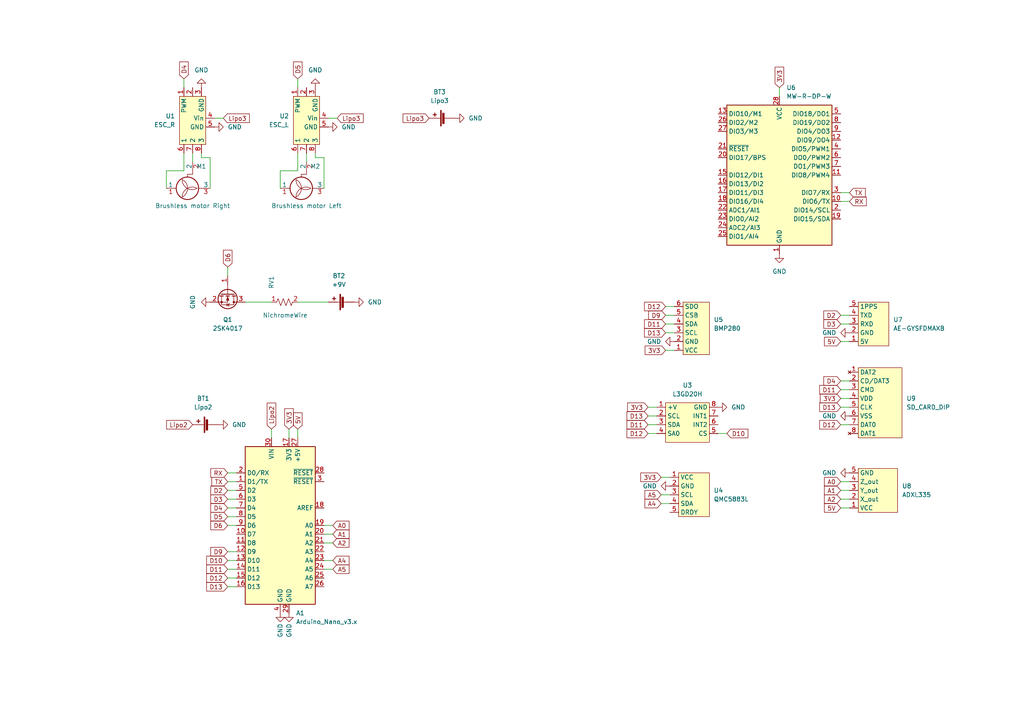
<source format=kicad_sch>
(kicad_sch (version 20211123) (generator eeschema)
  (paper "A4")
  (lib_symbols
    (symbol "Device:Battery_Cell" (pin_numbers hide) (pin_names (offset 0) hide)
      (property "Reference" "BT" (at 2.54 2.54 0))
      (property "Value" "Battery_Cell" (at 2.54 0 0))
      (symbol "Battery_Cell_0_1"
        (rectangle (start -2.286 1.778) (end 2.286 1.524) (fill (type outline)))
        (rectangle (start -1.5748 1.1938) (end 1.4732 0.6858) (fill (type outline)))
        (polyline (pts (xy 0 0.762) (xy 0 0)))
        (polyline (pts (xy 0 1.778) (xy 0 2.54)))
        (polyline (pts (xy 0.508 3.429) (xy 1.524 3.429)) (stroke (width 0.254)))
        (polyline (pts (xy 1.016 3.937) (xy 1.016 2.921)) (stroke (width 0.254)))
      )
      (symbol "Battery_Cell_1_1"
        (pin passive line (at 0 5.08 270) (length 2.54) (name "+") (number "1"))
        (pin passive line (at 0 -2.54 90) (length 2.54) (name "-") (number "2"))
      )
    )
    (symbol "Device:R_Potentiometer_US" (pin_names (offset 1.016) hide)
      (property "Reference" "RV?" (at 7.62 3.81 0))
      (property "Value" "NichromeWire" (at -3.81 0 0))
      (symbol "R_Potentiometer_US_0_1"
        (polyline (pts (xy 0 -2.286) (xy 0 -2.54)))
        (polyline (pts (xy 0 2.54) (xy 0 2.286)))
        (polyline (pts (xy 0 -0.762) (xy 1.016 -1.143) (xy 0 -1.524) (xy -1.016 -1.905) (xy 0 -2.286)))
        (polyline (pts (xy 0 0.762) (xy 1.016 0.381) (xy 0 0) (xy -1.016 -0.381) (xy 0 -0.762)))
        (polyline (pts (xy 0 2.286) (xy 1.016 1.905) (xy 0 1.524) (xy -1.016 1.143) (xy 0 0.762)))
      )
      (symbol "R_Potentiometer_US_1_1"
        (pin passive line (at 0 3.81 270) (length 1.27) (name "1") (number "1"))
        (pin passive line (at 0 -3.81 90) (length 1.27) (name "2") (number "2"))
      )
    )
    (symbol "ESC_1"
      (property "Reference" "U" (at -5.08 1.27 0))
      (property "Value" "ESC_1" (at -8.89 1.27 0))
      (symbol "ESC_1_0_1"
        (rectangle (start -3.81 7.62) (end 3.81 -6.35) (fill (type background)))
      )
      (symbol "ESC_1_1_1"
        (pin passive line (at -2.54 10.16 270) (length 2.54) (name "PWM") (number "1"))
        (pin passive line (at 0 10.16 270) (length 2.54) (name "") (number "2"))
        (pin input line (at 2.54 10.16 270) (length 2.54) (name "GND") (number "3"))
        (pin input line (at 6.35 1.27 180) (length 2.54) (name "Vin") (number "4"))
        (pin input line (at 6.35 -1.27 180) (length 2.54) (name "GND") (number "5"))
        (pin input line (at -2.54 -8.89 90) (length 2.54) (name "1") (number "6"))
        (pin input line (at 0 -8.89 90) (length 2.54) (name "2") (number "7"))
        (pin input line (at 2.54 -8.89 90) (length 2.54) (name "3") (number "8"))
      )
    )
    (symbol "MCU_Module:Arduino_Nano_v3.x"
      (property "Reference" "A" (at -10.16 23.495 0))
      (property "Value" "Arduino_Nano_v3.x" (at 5.08 -24.13 0))
      (symbol "Arduino_Nano_v3.x_0_1"
        (rectangle (start -10.16 22.86) (end 10.16 -22.86) (stroke (width 0.254)) (fill (type background)))
      )
      (symbol "Arduino_Nano_v3.x_1_1"
        (pin bidirectional line (at -12.7 12.7 0) (length 2.54) (name "D1/TX") (number "1"))
        (pin bidirectional line (at -12.7 -2.54 0) (length 2.54) (name "D7") (number "10"))
        (pin bidirectional line (at -12.7 -5.08 0) (length 2.54) (name "D8") (number "11"))
        (pin bidirectional line (at -12.7 -7.62 0) (length 2.54) (name "D9") (number "12"))
        (pin bidirectional line (at -12.7 -10.16 0) (length 2.54) (name "D10") (number "13"))
        (pin bidirectional line (at -12.7 -12.7 0) (length 2.54) (name "D11") (number "14"))
        (pin bidirectional line (at -12.7 -15.24 0) (length 2.54) (name "D12") (number "15"))
        (pin bidirectional line (at -12.7 -17.78 0) (length 2.54) (name "D13") (number "16"))
        (pin power_out line (at 2.54 25.4 270) (length 2.54) (name "3V3") (number "17"))
        (pin input line (at 12.7 5.08 180) (length 2.54) (name "AREF") (number "18"))
        (pin bidirectional line (at 12.7 0 180) (length 2.54) (name "A0") (number "19"))
        (pin bidirectional line (at -12.7 15.24 0) (length 2.54) (name "D0/RX") (number "2"))
        (pin bidirectional line (at 12.7 -2.54 180) (length 2.54) (name "A1") (number "20"))
        (pin bidirectional line (at 12.7 -5.08 180) (length 2.54) (name "A2") (number "21"))
        (pin bidirectional line (at 12.7 -7.62 180) (length 2.54) (name "A3") (number "22"))
        (pin bidirectional line (at 12.7 -10.16 180) (length 2.54) (name "A4") (number "23"))
        (pin bidirectional line (at 12.7 -12.7 180) (length 2.54) (name "A5") (number "24"))
        (pin bidirectional line (at 12.7 -15.24 180) (length 2.54) (name "A6") (number "25"))
        (pin bidirectional line (at 12.7 -17.78 180) (length 2.54) (name "A7") (number "26"))
        (pin power_out line (at 5.08 25.4 270) (length 2.54) (name "+5V") (number "27"))
        (pin input line (at 12.7 15.24 180) (length 2.54) (name "~{RESET}") (number "28"))
        (pin power_in line (at 2.54 -25.4 90) (length 2.54) (name "GND") (number "29"))
        (pin input line (at 12.7 12.7 180) (length 2.54) (name "~{RESET}") (number "3"))
        (pin power_in line (at -2.54 25.4 270) (length 2.54) (name "VIN") (number "30"))
        (pin power_in line (at 0 -25.4 90) (length 2.54) (name "GND") (number "4"))
        (pin bidirectional line (at -12.7 10.16 0) (length 2.54) (name "D2") (number "5"))
        (pin bidirectional line (at -12.7 7.62 0) (length 2.54) (name "D3") (number "6"))
        (pin bidirectional line (at -12.7 5.08 0) (length 2.54) (name "D4") (number "7"))
        (pin bidirectional line (at -12.7 2.54 0) (length 2.54) (name "D5") (number "8"))
        (pin bidirectional line (at -12.7 0 0) (length 2.54) (name "D6") (number "9"))
      )
    )
    (symbol "Motor:Fan_3pin" (pin_names (offset 0))
      (property "Reference" "M?" (at -6.35 2.54 90))
      (property "Value" "Brushless_motor" (at -11.43 5.08 90))
      (symbol "Fan_3pin_0_0"
        (polyline (pts (xy -4.064 0) (xy -4.064 -1.524) (xy -3.302 -1.524)))
      )
      (symbol "Fan_3pin_0_1"
        (arc (start -2.54 -3.048) (mid -0.0014 -1.6352) (end 0 1.27))
        (circle (center 0 -1.524) (radius 3.2512) (stroke (width 0.254)))
        (polyline (pts (xy -4.064 0) (xy -5.08 0)))
        (polyline (pts (xy 0 -7.62) (xy 0 -7.112)))
        (polyline (pts (xy 0 -4.7752) (xy 0 -5.1816)))
        (polyline (pts (xy 0 1.7272) (xy 0 2.0828)))
        (polyline (pts (xy 0 2.032) (xy 0 2.54)))
        (arc (start 0 1.27) (mid 0.0468 -1.6085) (end 2.54 -3.048))
        (arc (start 2.54 -3.048) (mid 0 -1.4782) (end -2.54 -3.048))
      )
      (symbol "Fan_3pin_1_1"
        (pin passive line (at 0 -7.62 90) (length 2.54) (name "1") (number "1"))
        (pin passive line (at -7.62 0 0) (length 2.54) (name "2") (number "2"))
        (pin passive line (at 0 5.08 270) (length 2.54) (name "3") (number "3"))
      )
    )
    (symbol "RF_ZigBee:MW-R-DP-W"
      (property "Reference" "U" (at -11.43 21.59 0))
      (property "Value" "MW-R-DP-W" (at 7.62 21.59 0))
      (symbol "MW-R-DP-W_1_0"
        (rectangle (start -15.24 -20.32) (end 15.24 20.32) (stroke (width 0.254)) (fill (type background)))
      )
      (symbol "MW-R-DP-W_1_1"
        (pin power_in line (at 0 -22.86 90) (length 2.54) (name "GND") (number "1"))
        (pin bidirectional line (at 17.78 -7.62 180) (length 2.54) (name "DIO6/TX") (number "10"))
        (pin bidirectional line (at 17.78 0 180) (length 2.54) (name "DIO8/PWM4") (number "11"))
        (pin bidirectional line (at 17.78 10.16 180) (length 2.54) (name "DIO9/DO4") (number "12"))
        (pin bidirectional line (at -17.78 17.78 0) (length 2.54) (name "DIO10/M1") (number "13"))
        (pin passive line (at 0 -22.86 90) (length 2.54) hide (name "GND") (number "14"))
        (pin bidirectional line (at -17.78 0 0) (length 2.54) (name "DIO12/DI1") (number "15"))
        (pin bidirectional line (at -17.78 -2.54 0) (length 2.54) (name "DIO13/DI2") (number "16"))
        (pin bidirectional line (at -17.78 -5.08 0) (length 2.54) (name "DIO11/DI3") (number "17"))
        (pin bidirectional line (at -17.78 -7.62 0) (length 2.54) (name "DIO16/DI4") (number "18"))
        (pin bidirectional line (at 17.78 -12.7 180) (length 2.54) (name "DIO15/SDA") (number "19"))
        (pin bidirectional line (at 17.78 -10.16 180) (length 2.54) (name "DIO14/SCL") (number "2"))
        (pin bidirectional line (at -17.78 5.08 0) (length 2.54) (name "DIO17/BPS") (number "20"))
        (pin input line (at -17.78 7.62 0) (length 2.54) (name "~{RESET}") (number "21"))
        (pin input line (at -17.78 -10.16 0) (length 2.54) (name "ADC1/AI1") (number "22"))
        (pin bidirectional line (at -17.78 -12.7 0) (length 2.54) (name "DIO0/AI2") (number "23"))
        (pin input line (at -17.78 -15.24 0) (length 2.54) (name "ADC2/AI3") (number "24"))
        (pin bidirectional line (at -17.78 -17.78 0) (length 2.54) (name "DIO1/AI4") (number "25"))
        (pin bidirectional line (at -17.78 15.24 0) (length 2.54) (name "DIO2/M2") (number "26"))
        (pin bidirectional line (at -17.78 12.7 0) (length 2.54) (name "DIO3/M3") (number "27"))
        (pin power_in line (at 0 22.86 270) (length 2.54) (name "VCC") (number "28"))
        (pin bidirectional line (at 17.78 -5.08 180) (length 2.54) (name "DIO7/RX") (number "3"))
        (pin bidirectional line (at 17.78 7.62 180) (length 2.54) (name "DIO5/PWM1") (number "4"))
        (pin bidirectional line (at 17.78 17.78 180) (length 2.54) (name "DIO18/DO1") (number "5"))
        (pin output line (at 17.78 5.08 180) (length 2.54) (name "DO0/PWM2") (number "6"))
        (pin bidirectional line (at 17.78 2.54 180) (length 2.54) (name "DO1/PWM3") (number "7"))
        (pin bidirectional line (at 17.78 15.24 180) (length 2.54) (name "DIO19/DO2") (number "8"))
        (pin bidirectional line (at 17.78 12.7 180) (length 2.54) (name "DIO4/DO3") (number "9"))
      )
    )
    (symbol "Transistor_FET:2N7002E" (pin_names hide)
      (property "Reference" "Q?" (at 6.35 1.2701 0))
      (property "Value" "2SK4017" (at 6.35 -1.2699 0))
      (symbol "2N7002E_0_1"
        (polyline (pts (xy 0.254 0) (xy -2.54 0)))
        (polyline (pts (xy 0.254 1.905) (xy 0.254 -1.905)) (stroke (width 0.254)))
        (polyline (pts (xy 0.762 -1.27) (xy 0.762 -2.286)) (stroke (width 0.254)))
        (polyline (pts (xy 0.762 0.508) (xy 0.762 -0.508)) (stroke (width 0.254)))
        (polyline (pts (xy 0.762 2.286) (xy 0.762 1.27)) (stroke (width 0.254)))
        (polyline (pts (xy 2.54 2.54) (xy 2.54 1.778)))
        (polyline (pts (xy 2.54 -2.54) (xy 2.54 0) (xy 0.762 0)))
        (polyline (pts (xy 0.762 -1.778) (xy 3.302 -1.778) (xy 3.302 1.778) (xy 0.762 1.778)))
        (polyline (pts (xy 1.016 0) (xy 2.032 0.381) (xy 2.032 -0.381) (xy 1.016 0)) (fill (type outline)))
        (polyline (pts (xy 2.794 0.508) (xy 2.921 0.381) (xy 3.683 0.381) (xy 3.81 0.254)))
        (polyline (pts (xy 3.302 0.381) (xy 2.921 -0.254) (xy 3.683 -0.254) (xy 3.302 0.381)))
        (circle (center 1.651 0) (radius 2.794) (stroke (width 0.254)))
        (circle (center 2.54 -1.778) (radius 0.254) (fill (type outline)))
        (circle (center 2.54 1.778) (radius 0.254) (fill (type outline)))
      )
      (symbol "2N7002E_1_1"
        (pin input line (at -5.08 0 0) (length 2.54) (name "G") (number "1"))
        (pin passive line (at 2.54 -5.08 90) (length 2.54) (name "S") (number "2"))
        (pin passive line (at 2.54 5.08 270) (length 2.54) (name "D") (number "3"))
      )
    )
    (symbol "power:GND" (power) (pin_names (offset 0))
      (property "Value" "GND" (at 0 -3.81 0))
      (symbol "GND_0_1"
        (polyline (pts (xy 0 0) (xy 0 -1.27) (xy 1.27 -1.27) (xy 0 -2.54) (xy -1.27 -1.27) (xy 0 -1.27)))
      )
      (symbol "GND_1_1"
        (pin power_in line (at 0 0 270) (length 0) hide (name "GND") (number "1"))
      )
    )
    (symbol "sc11bbm:ADXL335"
      (property "Reference" "U?" (at -0.635 11.43 0))
      (property "Value" "ADXL335" (at -0.635 8.89 0))
      (symbol "ADXL335_0_1"
        (rectangle (start -6.35 6.35) (end 5.08 -6.35) (fill (type background)))
      )
      (symbol "ADXL335_1_1"
        (pin bidirectional line (at 7.62 5.08 180) (length 2.54) (name "VCC") (number "1"))
        (pin bidirectional line (at 7.62 2.54 180) (length 2.54) (name "X_out") (number "2"))
        (pin bidirectional line (at 7.62 0 180) (length 2.54) (name "Y_out") (number "3"))
        (pin bidirectional line (at 7.62 -2.54 180) (length 2.54) (name "Z_out") (number "4"))
        (pin bidirectional line (at 7.62 -5.08 180) (length 2.54) (name "GND") (number "5"))
      )
    )
    (symbol "sc11bbm:AE-GYSFDMAXB"
      (property "Reference" "U?" (at 7.62 13.9701 0))
      (property "Value" "AE-GYSFDMAXB" (at 7.62 11.4301 0))
      (symbol "AE-GYSFDMAXB_0_1"
        (rectangle (start -6.35 6.35) (end 2.54 -6.35) (fill (type background)))
      )
      (symbol "AE-GYSFDMAXB_1_1"
        (pin bidirectional line (at 5.08 5.08 180) (length 2.54) (name "5V") (number "1"))
        (pin bidirectional line (at 5.08 2.54 180) (length 2.54) (name "GND") (number "2"))
        (pin bidirectional line (at 5.08 0 180) (length 2.54) (name "RXD") (number "3"))
        (pin bidirectional line (at 5.08 -2.54 180) (length 2.54) (name "TXD") (number "4"))
        (pin bidirectional line (at 5.08 -5.08 180) (length 2.54) (name "1PPS") (number "5"))
      )
    )
    (symbol "sc11bbm:BMP280"
      (property "Reference" "U?" (at 5.08 -4.4449 0))
      (property "Value" "BMP280" (at 5.08 -6.9849 0))
      (symbol "BMP280_0_1"
        (rectangle (start -3.81 5.08) (end 3.81 -10.16) (fill (type background)))
      )
      (symbol "BMP280_1_1"
        (pin bidirectional line (at -6.35 -8.89 0) (length 2.54) (name "VCC") (number "1"))
        (pin bidirectional line (at -6.35 -6.35 0) (length 2.54) (name "GND") (number "2"))
        (pin bidirectional line (at -6.35 -3.81 0) (length 2.54) (name "SCL") (number "3"))
        (pin bidirectional line (at -6.35 -1.27 0) (length 2.54) (name "SDA") (number "4"))
        (pin bidirectional line (at -6.35 1.27 0) (length 2.54) (name "CSB") (number "5"))
        (pin bidirectional line (at -6.35 3.81 0) (length 2.54) (name "SDO") (number "6"))
      )
    )
    (symbol "sc11bbm:ESC"
      (property "Reference" "U" (at -5.08 1.27 0))
      (property "Value" "ESC" (at -8.89 1.27 0))
      (symbol "ESC_0_1"
        (rectangle (start -3.81 7.62) (end 3.81 -6.35) (fill (type background)))
      )
      (symbol "ESC_1_1"
        (pin passive line (at -2.54 10.16 270) (length 2.54) (name "PWM") (number "1"))
        (pin passive line (at 0 10.16 270) (length 2.54) (name "") (number "2"))
        (pin input line (at 2.54 10.16 270) (length 2.54) (name "GND") (number "3"))
        (pin input line (at 6.35 1.27 180) (length 2.54) (name "Vin") (number "4"))
        (pin input line (at 6.35 -1.27 180) (length 2.54) (name "GND") (number "5"))
        (pin input line (at -2.54 -8.89 90) (length 2.54) (name "1") (number "6"))
        (pin input line (at 0 -8.89 90) (length 2.54) (name "2") (number "7"))
        (pin input line (at 2.54 -8.89 90) (length 2.54) (name "3") (number "8"))
      )
    )
    (symbol "sc11bbm:L3GD20H"
      (property "Reference" "U?" (at 0 2.54 0))
      (property "Value" "L3GD20H" (at 0 0 0))
      (symbol "L3GD20H_0_1"
        (rectangle (start -6.35 -2.54) (end 6.35 -13.97) (fill (type background)))
      )
      (symbol "L3GD20H_1_1"
        (pin bidirectional line (at -8.89 -3.81 0) (length 2.54) (name "+V") (number "1"))
        (pin bidirectional line (at -8.89 -6.35 0) (length 2.54) (name "SCL") (number "2"))
        (pin bidirectional line (at -8.89 -8.89 0) (length 2.54) (name "SDA") (number "3"))
        (pin bidirectional line (at -8.89 -11.43 0) (length 2.54) (name "SA0") (number "4"))
        (pin bidirectional line (at 8.89 -11.43 180) (length 2.54) (name "CS") (number "5"))
        (pin bidirectional line (at 8.89 -8.89 180) (length 2.54) (name "INT2") (number "6"))
        (pin bidirectional line (at 8.89 -6.35 180) (length 2.54) (name "INT1") (number "7"))
        (pin bidirectional line (at 8.89 -3.81 180) (length 2.54) (name "GND") (number "8"))
      )
    )
    (symbol "sc11bbm:QMC5883L"
      (property "Reference" "U?" (at 7.62 2.5401 0))
      (property "Value" "QMC5883L" (at 7.62 -1.2699 0))
      (symbol "QMC5883L_0_1"
        (rectangle (start -3.81 6.35) (end 5.08 -6.35) (fill (type background)))
      )
      (symbol "QMC5883L_1_1"
        (pin bidirectional line (at -6.35 5.08 0) (length 2.54) (name "VCC") (number "1"))
        (pin bidirectional line (at -6.35 2.54 0) (length 2.54) (name "GND") (number "2"))
        (pin bidirectional line (at -6.35 0 0) (length 2.54) (name "SCL") (number "3"))
        (pin bidirectional line (at -6.35 -2.54 0) (length 2.54) (name "SDA") (number "4"))
        (pin bidirectional line (at -6.35 -5.08 0) (length 2.54) (name "DRDY") (number "5"))
      )
    )
    (symbol "sc11bbm:SD_CARD_DIP"
      (property "Reference" "U" (at 3.81 1.27 0))
      (property "Value" "SD_CARD_DIP" (at 0 12.7 0))
      (symbol "SD_CARD_DIP_0_1"
        (rectangle (start -6.35 10.16) (end 6.35 -10.16) (fill (type background)))
      )
      (symbol "SD_CARD_DIP_1_1"
        (pin no_connect line (at -8.89 8.89 0) (length 2.54) (name "DAT2") (number "1"))
        (pin passive line (at -8.89 6.35 0) (length 2.54) (name "CD/DAT3") (number "2"))
        (pin passive line (at -8.89 3.81 0) (length 2.54) (name "CMD") (number "3"))
        (pin passive line (at -8.89 1.27 0) (length 2.54) (name "VDD") (number "4"))
        (pin passive line (at -8.89 -1.27 0) (length 2.54) (name "CLK") (number "5"))
        (pin passive line (at -8.89 -3.81 0) (length 2.54) (name "VSS") (number "6"))
        (pin passive line (at -8.89 -6.35 0) (length 2.54) (name "DAT0") (number "7"))
        (pin no_connect line (at -8.89 -8.89 0) (length 2.54) (name "DAT1") (number "8"))
      )
    )
  )
  (wire (pts (xy 243.84 118.11) (xy 246.38 118.11)))
  (wire (pts (xy 48.26 49.53) (xy 53.34 49.53)))
  (wire (pts (xy 88.9 44.45) (xy 88.9 46.99)))
  (wire (pts (xy 81.28 54.61) (xy 81.28 49.53)))
  (wire (pts (xy 193.04 93.98) (xy 195.58 93.98)))
  (wire (pts (xy 66.04 142.24) (xy 68.58 142.24)))
  (wire (pts (xy 66.04 162.56) (xy 68.58 162.56)))
  (wire (pts (xy 66.04 144.78) (xy 68.58 144.78)))
  (wire (pts (xy 93.98 165.1) (xy 96.52 165.1)))
  (wire (pts (xy 86.36 124.46) (xy 86.36 127)))
  (wire (pts (xy 93.98 162.56) (xy 96.52 162.56)))
  (wire (pts (xy 243.84 93.98) (xy 246.38 93.98)))
  (wire (pts (xy 66.04 167.64) (xy 68.58 167.64)))
  (wire (pts (xy 243.84 147.32) (xy 246.38 147.32)))
  (wire (pts (xy 243.84 55.88) (xy 246.38 55.88)))
  (wire (pts (xy 243.84 144.78) (xy 246.38 144.78)))
  (wire (pts (xy 60.96 45.72) (xy 58.42 45.72)))
  (wire (pts (xy 193.04 96.52) (xy 195.58 96.52)))
  (wire (pts (xy 243.84 91.44) (xy 246.38 91.44)))
  (wire (pts (xy 93.98 54.61) (xy 93.98 45.72)))
  (wire (pts (xy 243.84 58.42) (xy 246.38 58.42)))
  (wire (pts (xy 66.04 165.1) (xy 68.58 165.1)))
  (wire (pts (xy 243.84 115.57) (xy 246.38 115.57)))
  (wire (pts (xy 243.84 142.24) (xy 246.38 142.24)))
  (wire (pts (xy 243.84 139.7) (xy 246.38 139.7)))
  (wire (pts (xy 226.06 25.4) (xy 226.06 27.94)))
  (wire (pts (xy 193.04 88.9) (xy 195.58 88.9)))
  (wire (pts (xy 191.77 146.05) (xy 194.31 146.05)))
  (wire (pts (xy 187.96 123.19) (xy 190.5 123.19)))
  (wire (pts (xy 66.04 139.7) (xy 68.58 139.7)))
  (wire (pts (xy 93.98 45.72) (xy 91.44 45.72)))
  (wire (pts (xy 55.88 44.45) (xy 55.88 46.99)))
  (wire (pts (xy 66.04 149.86) (xy 68.58 149.86)))
  (wire (pts (xy 191.77 138.43) (xy 194.31 138.43)))
  (wire (pts (xy 86.36 22.86) (xy 86.36 25.4)))
  (wire (pts (xy 66.04 152.4) (xy 68.58 152.4)))
  (wire (pts (xy 86.36 49.53) (xy 86.36 44.45)))
  (wire (pts (xy 187.96 118.11) (xy 190.5 118.11)))
  (wire (pts (xy 83.82 124.46) (xy 83.82 127)))
  (wire (pts (xy 93.98 152.4) (xy 96.52 152.4)))
  (wire (pts (xy 193.04 91.44) (xy 195.58 91.44)))
  (wire (pts (xy 60.96 54.61) (xy 60.96 45.72)))
  (wire (pts (xy 81.28 49.53) (xy 86.36 49.53)))
  (wire (pts (xy 86.36 87.63) (xy 95.25 87.63)))
  (wire (pts (xy 191.77 143.51) (xy 194.31 143.51)))
  (wire (pts (xy 243.84 99.06) (xy 246.38 99.06)))
  (wire (pts (xy 66.04 170.18) (xy 68.58 170.18)))
  (wire (pts (xy 193.04 101.6) (xy 195.58 101.6)))
  (wire (pts (xy 91.44 44.45) (xy 91.44 45.72)))
  (wire (pts (xy 78.74 124.46) (xy 78.74 127)))
  (wire (pts (xy 66.04 137.16) (xy 68.58 137.16)))
  (wire (pts (xy 243.84 110.49) (xy 246.38 110.49)))
  (wire (pts (xy 95.25 34.29) (xy 97.79 34.29)))
  (wire (pts (xy 243.84 113.03) (xy 246.38 113.03)))
  (wire (pts (xy 62.23 34.29) (xy 64.77 34.29)))
  (wire (pts (xy 58.42 44.45) (xy 58.42 45.72)))
  (wire (pts (xy 53.34 49.53) (xy 53.34 44.45)))
  (wire (pts (xy 71.12 87.63) (xy 78.74 87.63)))
  (wire (pts (xy 48.26 54.61) (xy 48.26 49.53)))
  (wire (pts (xy 208.28 125.73) (xy 210.82 125.73)))
  (wire (pts (xy 93.98 157.48) (xy 96.52 157.48)))
  (wire (pts (xy 66.04 147.32) (xy 68.58 147.32)))
  (wire (pts (xy 187.96 120.65) (xy 190.5 120.65)))
  (wire (pts (xy 66.04 160.02) (xy 68.58 160.02)))
  (wire (pts (xy 243.84 123.19) (xy 246.38 123.19)))
  (wire (pts (xy 93.98 154.94) (xy 96.52 154.94)))
  (wire (pts (xy 187.96 125.73) (xy 190.5 125.73)))
  (wire (pts (xy 66.04 77.47) (xy 66.04 80.01)))
  (wire (pts (xy 53.34 22.86) (xy 53.34 25.4)))
  (global_label "Lipo3" (shape input) (at 97.79 34.29 0) (property "Intersheet References" "${INTERSHEET_REFS}" (effects hide)))
  (global_label "3V3" (shape input) (at 193.04 101.6 180) (property "Intersheet References" "${INTERSHEET_REFS}" (effects hide)))
  (global_label "RX" (shape input) (at 246.38 58.42 0) (property "Intersheet References" "${INTERSHEET_REFS}" (effects hide)))
  (global_label "D9" (shape input) (at 193.04 91.44 180) (property "Intersheet References" "${INTERSHEET_REFS}" (effects hide)))
  (global_label "D12" (shape input) (at 193.04 88.9 180) (property "Intersheet References" "${INTERSHEET_REFS}" (effects hide)))
  (global_label "D13" (shape input) (at 243.84 118.11 180) (property "Intersheet References" "${INTERSHEET_REFS}" (effects hide)))
  (global_label "D13" (shape input) (at 187.96 120.65 180) (property "Intersheet References" "${INTERSHEET_REFS}" (effects hide)))
  (global_label "D12" (shape input) (at 187.96 125.73 180) (property "Intersheet References" "${INTERSHEET_REFS}" (effects hide)))
  (global_label "A2" (shape input) (at 243.84 144.78 180) (property "Intersheet References" "${INTERSHEET_REFS}" (effects hide)))
  (global_label "TX" (shape input) (at 66.04 139.7 180) (property "Intersheet References" "${INTERSHEET_REFS}" (effects hide)))
  (global_label "A0" (shape input) (at 243.84 139.7 180) (property "Intersheet References" "${INTERSHEET_REFS}" (effects hide)))
  (global_label "D13" (shape input) (at 193.04 96.52 180) (property "Intersheet References" "${INTERSHEET_REFS}" (effects hide)))
  (global_label "D3" (shape input) (at 66.04 144.78 180) (property "Intersheet References" "${INTERSHEET_REFS}" (effects hide)))
  (global_label "5V" (shape input) (at 243.84 147.32 180) (property "Intersheet References" "${INTERSHEET_REFS}" (effects hide)))
  (global_label "D4" (shape input) (at 53.34 22.86 90) (property "Intersheet References" "${INTERSHEET_REFS}" (effects hide)))
  (global_label "D11" (shape input) (at 187.96 123.19 180) (property "Intersheet References" "${INTERSHEET_REFS}" (effects hide)))
  (global_label "TX" (shape input) (at 246.38 55.88 0) (property "Intersheet References" "${INTERSHEET_REFS}" (effects hide)))
  (global_label "A1" (shape input) (at 243.84 142.24 180) (property "Intersheet References" "${INTERSHEET_REFS}" (effects hide)))
  (global_label "D5" (shape input) (at 66.04 149.86 180) (property "Intersheet References" "${INTERSHEET_REFS}" (effects hide)))
  (global_label "3V3" (shape input) (at 191.77 138.43 180) (property "Intersheet References" "${INTERSHEET_REFS}" (effects hide)))
  (global_label "D12" (shape input) (at 66.04 167.64 180) (property "Intersheet References" "${INTERSHEET_REFS}" (effects hide)))
  (global_label "D10" (shape input) (at 66.04 162.56 180) (property "Intersheet References" "${INTERSHEET_REFS}" (effects hide)))
  (global_label "Lipo3" (shape input) (at 124.46 34.29 180) (property "Intersheet References" "${INTERSHEET_REFS}" (effects hide)))
  (global_label "A1" (shape input) (at 96.52 154.94 0) (property "Intersheet References" "${INTERSHEET_REFS}" (effects hide)))
  (global_label "A4" (shape input) (at 96.52 162.56 0) (property "Intersheet References" "${INTERSHEET_REFS}" (effects hide)))
  (global_label "3V3" (shape input) (at 83.82 124.46 90) (property "Intersheet References" "${INTERSHEET_REFS}" (effects hide)))
  (global_label "D12" (shape input) (at 243.84 123.19 180) (property "Intersheet References" "${INTERSHEET_REFS}" (effects hide)))
  (global_label "5V" (shape input) (at 243.84 99.06 180) (property "Intersheet References" "${INTERSHEET_REFS}" (effects hide)))
  (global_label "D2" (shape input) (at 243.84 91.44 180) (property "Intersheet References" "${INTERSHEET_REFS}" (effects hide)))
  (global_label "3V3" (shape input) (at 226.06 25.4 90) (property "Intersheet References" "${INTERSHEET_REFS}" (effects hide)))
  (global_label "A5" (shape input) (at 96.52 165.1 0) (property "Intersheet References" "${INTERSHEET_REFS}" (effects hide)))
  (global_label "RX" (shape input) (at 66.04 137.16 180) (property "Intersheet References" "${INTERSHEET_REFS}" (effects hide)))
  (global_label "D11" (shape input) (at 243.84 113.03 180) (property "Intersheet References" "${INTERSHEET_REFS}" (effects hide)))
  (global_label "D13" (shape input) (at 66.04 170.18 180) (property "Intersheet References" "${INTERSHEET_REFS}" (effects hide)))
  (global_label "D4" (shape input) (at 243.84 110.49 180) (property "Intersheet References" "${INTERSHEET_REFS}" (effects hide)))
  (global_label "D4" (shape input) (at 66.04 147.32 180) (property "Intersheet References" "${INTERSHEET_REFS}" (effects hide)))
  (global_label "A0" (shape input) (at 96.52 152.4 0) (property "Intersheet References" "${INTERSHEET_REFS}" (effects hide)))
  (global_label "3V3" (shape input) (at 243.84 115.57 180) (property "Intersheet References" "${INTERSHEET_REFS}" (effects hide)))
  (global_label "D5" (shape input) (at 86.36 22.86 90) (property "Intersheet References" "${INTERSHEET_REFS}" (effects hide)))
  (global_label "D2" (shape input) (at 66.04 142.24 180) (property "Intersheet References" "${INTERSHEET_REFS}" (effects hide)))
  (global_label "D3" (shape input) (at 243.84 93.98 180) (property "Intersheet References" "${INTERSHEET_REFS}" (effects hide)))
  (global_label "D6" (shape input) (at 66.04 152.4 180) (property "Intersheet References" "${INTERSHEET_REFS}" (effects hide)))
  (global_label "3V3" (shape input) (at 187.96 118.11 180) (property "Intersheet References" "${INTERSHEET_REFS}" (effects hide)))
  (global_label "Lipo2" (shape input) (at 55.88 123.19 180) (property "Intersheet References" "${INTERSHEET_REFS}" (effects hide)))
  (global_label "5V" (shape input) (at 86.36 124.46 90) (property "Intersheet References" "${INTERSHEET_REFS}" (effects hide)))
  (global_label "D11" (shape input) (at 66.04 165.1 180) (property "Intersheet References" "${INTERSHEET_REFS}" (effects hide)))
  (global_label "A4" (shape input) (at 191.77 146.05 180) (property "Intersheet References" "${INTERSHEET_REFS}" (effects hide)))
  (global_label "D6" (shape input) (at 66.04 77.47 90) (property "Intersheet References" "${INTERSHEET_REFS}" (effects hide)))
  (global_label "Lipo3" (shape input) (at 64.77 34.29 0) (property "Intersheet References" "${INTERSHEET_REFS}" (effects hide)))
  (global_label "D11" (shape input) (at 193.04 93.98 180) (property "Intersheet References" "${INTERSHEET_REFS}" (effects hide)))
  (global_label "D9" (shape input) (at 66.04 160.02 180) (property "Intersheet References" "${INTERSHEET_REFS}" (effects hide)))
  (global_label "D10" (shape input) (at 210.82 125.73 0) (property "Intersheet References" "${INTERSHEET_REFS}" (effects hide)))
  (global_label "A2" (shape input) (at 96.52 157.48 0) (property "Intersheet References" "${INTERSHEET_REFS}" (effects hide)))
  (global_label "A5" (shape input) (at 191.77 143.51 180) (property "Intersheet References" "${INTERSHEET_REFS}" (effects hide)))
  (global_label "Lipo2" (shape input) (at 78.74 124.46 90) (property "Intersheet References" "${INTERSHEET_REFS}" (effects hide)))
  (symbol (lib_id "Device:R_Potentiometer_US") (at 82.55 87.63 90) (unit 1)
    (property "Reference" "RV1" (at 78.74 80.01 0) (effects (justify right)))
    (property "Value" "NichromeWire" (at 76.2 91.44 90) (effects (justify right)))
    (property "Footprint" "sc11bbm:NichromeWire" (effects hide))
  )
  (symbol (lib_id "power:GND") (at 91.44 25.4 180) (unit 1)
    (property "Reference" "#PWR06" (effects hide))
    (property "Value" "GND" (at 91.44 20.32 0))
  )
  (symbol (lib_id "sc11bbm:SD_CARD_DIP") (at 255.27 116.84 0) (unit 1)
    (property "Reference" "U9" (at 262.89 115.5699 0) (effects (justify left)))
    (property "Value" "SD_CARD_DIP" (at 262.89 118.1099 0) (effects (justify left)))
    (property "Footprint" "sc11bbm:SD_CARD_DIP" (effects hide))
  )
  (symbol (lib_id "sc11bbm:AE-GYSFDMAXB") (at 251.46 93.98 180) (unit 1)
    (property "Reference" "U7" (at 259.08 92.7099 0) (effects (justify right)))
    (property "Value" "AE-GYSFDMAXB" (at 259.08 95.2499 0) (effects (justify right)))
    (property "Footprint" "sc11bbm:AE-GYSFDMAXB" (effects hide))
  )
  (symbol (lib_id "power:GND") (at 246.38 96.52 270) (unit 1)
    (property "Reference" "#PWR013" (effects hide))
    (property "Value" "GND" (at 242.57 96.5199 90) (effects (justify right)))
  )
  (symbol (lib_id "power:GND") (at 95.25 36.83 90) (unit 1)
    (property "Reference" "#PWR07" (effects hide))
    (property "Value" "GND" (at 99.06 36.8299 90) (effects (justify right)))
  )
  (symbol (lib_id "power:GND") (at 81.28 177.8 0) (unit 1)
    (property "Reference" "#PWR04" (effects hide))
    (property "Value" "GND" (at 81.28 182.88 90))
  )
  (symbol (lib_id "power:GND") (at 208.28 118.11 90) (unit 1)
    (property "Reference" "#PWR011" (effects hide))
    (property "Value" "GND" (at 212.09 118.1099 90) (effects (justify right)))
  )
  (symbol (lib_id "sc11bbm:QMC5883L") (at 200.66 143.51 0) (unit 1)
    (property "Reference" "U4" (at 207.01 142.2399 0) (effects (justify left)))
    (property "Value" "QMC5883L" (at 207.01 144.7799 0) (effects (justify left)))
    (property "Footprint" "sc11bbm:QMC5883L" (effects hide))
  )
  (symbol (lib_id "Motor:Fan_3pin") (at 88.9 54.61 270) (unit 1)
    (property "Reference" "M2" (at 91.44 48.26 90))
    (property "Value" "Brushless motor Left" (at 88.9 59.69 90))
  )
  (symbol (lib_id "power:GND") (at 83.82 177.8 0) (unit 1)
    (property "Reference" "#PWR05" (effects hide))
    (property "Value" "GND" (at 83.82 182.88 90))
  )
  (symbol (lib_id "power:GND") (at 195.58 99.06 270) (unit 1)
    (property "Reference" "#PWR010" (effects hide))
    (property "Value" "GND" (at 191.77 99.0599 90) (effects (justify right)))
  )
  (symbol (lib_id "RF_ZigBee:MW-R-DP-W") (at 226.06 50.8 0) (unit 1)
    (property "Reference" "U6" (at 228.0794 25.4 0) (effects (justify left)))
    (property "Value" "MW-R-DP-W" (at 228.0794 27.94 0) (effects (justify left)))
    (property "Footprint" "Package_DIP:DIP-28_W15.24mm" (effects hide))
    (property "Datasheet" "https://www.mono-wireless.com/jp/products/TWE-Lite-DIP/MW-PDS-TWELITEDIP-JP.pdf" (effects hide))
  )
  (symbol (lib_id "Device:Battery_Cell") (at 100.33 87.63 90) (unit 1)
    (property "Reference" "BT2" (at 98.298 80.01 90))
    (property "Value" "+9V" (at 98.298 82.55 90))
    (property "Footprint" "sc11bbm:power_9v" (effects hide))
  )
  (symbol (lib_id "Transistor_FET:2N7002E") (at 66.04 85.09 270) (unit 1)
    (property "Reference" "Q1" (at 66.04 92.71 90))
    (property "Value" "2SK4017" (at 66.04 95.25 90))
    (property "Footprint" "sc11bbm:2SK4017" (effects hide))
  )
  (symbol (lib_id "power:GND") (at 194.31 140.97 270) (unit 1)
    (property "Reference" "#PWR09" (effects hide))
    (property "Value" "GND" (at 190.5 140.9699 90) (effects (justify right)))
  )
  (symbol (lib_id "power:GND") (at 132.08 34.29 90) (unit 1)
    (property "Reference" "#PWR017" (effects hide))
    (property "Value" "GND" (at 135.89 34.2899 90) (effects (justify right)))
  )
  (symbol (lib_id "sc11bbm:BMP280") (at 201.93 92.71 0) (unit 1)
    (property "Reference" "U5" (at 207.01 92.7099 0) (effects (justify left)))
    (property "Value" "BMP280" (at 207.01 95.2499 0) (effects (justify left)))
    (property "Footprint" "sc11bbm:BMP280" (effects hide))
  )
  (symbol (lib_id "power:GND") (at 63.5 123.19 90) (unit 1)
    (property "Reference" "#PWR08" (effects hide))
    (property "Value" "GND" (at 67.31 123.1899 90) (effects (justify right)))
  )
  (symbol (lib_id "power:GND") (at 246.38 120.65 270) (unit 1)
    (property "Reference" "#PWR014" (effects hide))
    (property "Value" "GND" (at 242.57 120.6499 90) (effects (justify right)))
  )
  (symbol (lib_id "Device:Battery_Cell") (at 60.96 123.19 90) (unit 1)
    (property "Reference" "BT1" (at 58.928 115.57 90))
    (property "Value" "Lipo2" (at 58.928 118.11 90))
    (property "Footprint" "sc11bbm:Lipo2" (effects hide))
  )
  (symbol (lib_id "sc11bbm:L3GD20H") (at 199.39 114.3 0) (unit 1)
    (property "Reference" "U3" (at 199.39 111.76 0))
    (property "Value" "L3GD20H" (at 199.39 114.3 0))
  )
  (symbol (lib_id "MCU_Module:Arduino_Nano_v3.x") (at 81.28 152.4 0) (unit 1)
    (property "Reference" "A1" (at 85.8394 177.8 0) (effects (justify left)))
    (property "Value" "Arduino_Nano_v3.x" (at 85.8394 180.34 0) (effects (justify left)))
    (property "Footprint" "sc11bbm:Arduino_Nano" (effects hide))
    (property "Datasheet" "http://www.mouser.com/pdfdocs/Gravitech_Arduino_Nano3_0.pdf" (effects hide))
  )
  (symbol (lib_name "ESC_1") (lib_id "sc11bbm:ESC") (at 55.88 35.56 0) (unit 1)
    (property "Reference" "U1" (at 50.8 33.6549 0) (effects (justify right)))
    (property "Value" "ESC_R" (at 50.8 36.1949 0) (effects (justify right)))
    (property "Footprint" "sc11bbm:ESC_R" (effects hide))
  )
  (symbol (lib_id "sc11bbm:ESC") (at 88.9 35.56 0) (unit 1)
    (property "Reference" "U2" (at 83.82 33.6549 0) (effects (justify right)))
    (property "Value" "ESC_L" (at 83.82 36.1949 0) (effects (justify right)))
    (property "Footprint" "sc11bbm:ESC_L" (effects hide))
  )
  (symbol (lib_id "power:GND") (at 102.87 87.63 90) (unit 1)
    (property "Reference" "#PWR016" (effects hide))
    (property "Value" "GND" (at 106.68 87.6299 90) (effects (justify right)))
  )
  (symbol (lib_id "power:GND") (at 226.06 73.66 0) (unit 1)
    (property "Reference" "#PWR012" (effects hide))
    (property "Value" "GND" (at 226.06 78.74 0))
  )
  (symbol (lib_id "power:GND") (at 246.38 137.16 270) (unit 1)
    (property "Reference" "#PWR015" (effects hide))
    (property "Value" "GND" (at 242.57 137.1599 90) (effects (justify right)))
  )
  (symbol (lib_id "sc11bbm:ADXL335") (at 254 142.24 180) (unit 1)
    (property "Reference" "U8" (at 261.62 140.9699 0) (effects (justify right)))
    (property "Value" "ADXL335" (at 261.62 143.5099 0) (effects (justify right)))
    (property "Footprint" "sc11bbm:ADXL335" (effects hide))
  )
  (symbol (lib_id "power:GND") (at 62.23 36.83 90) (unit 1)
    (property "Reference" "#PWR03" (effects hide))
    (property "Value" "GND" (at 66.04 36.8299 90) (effects (justify right)))
  )
  (symbol (lib_id "Device:Battery_Cell") (at 129.54 34.29 90) (unit 1)
    (property "Reference" "BT3" (at 127.508 26.67 90))
    (property "Value" "Lipo3" (at 127.508 29.21 90))
    (property "Footprint" "sc11bbm:Lipo3" (effects hide))
  )
  (symbol (lib_id "power:GND") (at 60.96 87.63 270) (unit 1)
    (property "Reference" "#PWR02" (effects hide))
    (property "Value" "GND" (at 55.88 87.63 0))
  )
  (symbol (lib_id "Motor:Fan_3pin") (at 55.88 54.61 270) (unit 1)
    (property "Reference" "M1" (at 58.42 48.26 90))
    (property "Value" "Brushless motor Right" (at 55.88 59.69 90))
  )
  (symbol (lib_id "power:GND") (at 58.42 25.4 180) (unit 1)
    (property "Reference" "#PWR01" (effects hide))
    (property "Value" "GND" (at 58.42 20.32 0))
  )
)
</source>
